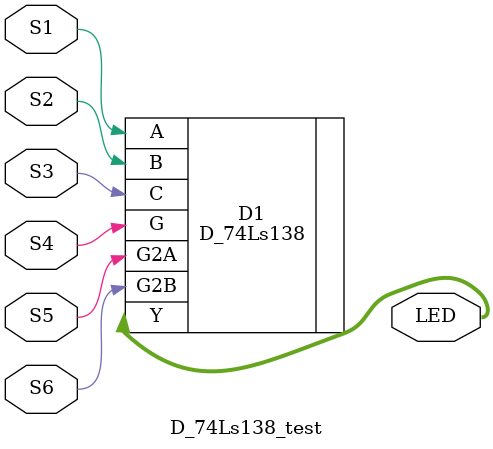
<source format=v>
`timescale 1ns / 1ps


module D_74Ls138_test(
    input S1,
    input S2,
    input S3,
    input S3,
    input S4,
    input S5,
    input S6,
    output [7:0] LED
    );
    D_74Ls138 D1(
        .A(S1),
        .B(S2),
        .C(S3),
        .G(S4),
        .G2A(S5),
        .G2B(S6),
        .Y(LED)
    );
    
endmodule

</source>
